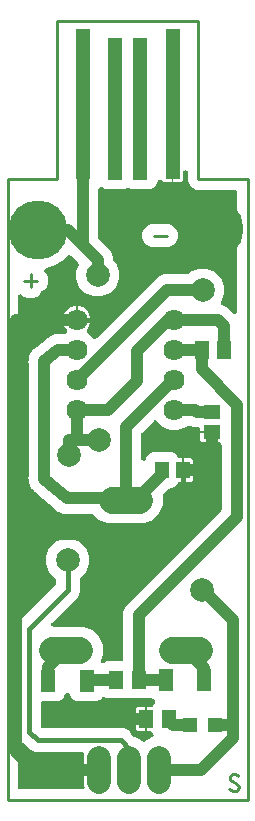
<source format=gbr>
G04 EAGLE Gerber RS-274X export*
G75*
%MOMM*%
%FSLAX34Y34*%
%LPD*%
%INTop Copper*%
%IPPOS*%
%AMOC8*
5,1,8,0,0,1.08239X$1,22.5*%
G01*
G04 Define Apertures*
%ADD10C,0.279400*%
%ADD11C,0.254000*%
%ADD12C,1.786000*%
%ADD13R,1.300000X1.500000*%
%ADD14R,1.164600X1.465300*%
%ADD15R,1.465300X1.164600*%
%ADD16R,1.274700X1.850000*%
%ADD17C,2.320800*%
%ADD18C,2.016000*%
%ADD19R,1.270000X12.700000*%
%ADD20R,1.270000X12.000000*%
%ADD21R,1.200000X1.200000*%
%ADD22C,1.016000*%
%ADD23C,0.406400*%
%ADD24C,2.000000*%
%ADD25C,5.000000*%
%ADD26C,0.400000*%
%ADD27C,0.254000*%
G36*
X81431Y116171D02*
X80734Y116018D01*
X79936Y116147D01*
X79251Y116577D01*
X78788Y117241D01*
X78621Y118032D01*
X78776Y118826D01*
X80536Y123075D01*
X80536Y130925D01*
X77532Y138177D01*
X71981Y143728D01*
X64729Y146732D01*
X39006Y146732D01*
X38304Y146857D01*
X37616Y147282D01*
X37148Y147942D01*
X36974Y148732D01*
X37123Y149527D01*
X37569Y150201D01*
X59413Y172045D01*
X60960Y175779D01*
X60960Y186881D01*
X61109Y187644D01*
X61555Y188318D01*
X66168Y192931D01*
X68928Y199594D01*
X68928Y206806D01*
X66168Y213469D01*
X61069Y218568D01*
X54406Y221328D01*
X47194Y221328D01*
X40531Y218568D01*
X35432Y213469D01*
X32672Y206806D01*
X32672Y199594D01*
X35432Y192931D01*
X40045Y188318D01*
X40479Y187674D01*
X40640Y186881D01*
X40640Y182850D01*
X40491Y182087D01*
X40045Y181413D01*
X12359Y153727D01*
X11774Y153319D01*
X10987Y153133D01*
X10190Y153269D01*
X9508Y153705D01*
X9051Y154372D01*
X8890Y155164D01*
X8890Y426448D01*
X9015Y427151D01*
X9440Y427839D01*
X10100Y428307D01*
X10890Y428480D01*
X11685Y428332D01*
X12359Y427885D01*
X14205Y426039D01*
X17706Y424589D01*
X21495Y424589D01*
X24996Y426039D01*
X27675Y428719D01*
X28180Y429938D01*
X28609Y430586D01*
X29280Y431038D01*
X30499Y431543D01*
X33179Y434222D01*
X34629Y437723D01*
X34629Y441512D01*
X33179Y445013D01*
X31505Y446687D01*
X30997Y447535D01*
X30921Y448341D01*
X31166Y449111D01*
X31692Y449726D01*
X32416Y450086D01*
X38549Y451730D01*
X46103Y456091D01*
X50930Y460918D01*
X51544Y461339D01*
X52334Y461513D01*
X53129Y461364D01*
X53803Y460918D01*
X59614Y455107D01*
X60042Y454477D01*
X60209Y453686D01*
X60055Y452892D01*
X58072Y448106D01*
X58072Y440894D01*
X60832Y434231D01*
X65931Y429132D01*
X72594Y426372D01*
X79806Y426372D01*
X86469Y429132D01*
X91568Y434231D01*
X94328Y440894D01*
X94328Y448106D01*
X91568Y454769D01*
X90003Y456334D01*
X89569Y456978D01*
X89408Y457771D01*
X89408Y459827D01*
X87397Y464682D01*
X77303Y474776D01*
X76869Y475420D01*
X76708Y476213D01*
X76708Y516768D01*
X76839Y517485D01*
X77269Y518170D01*
X77933Y518633D01*
X78724Y518800D01*
X79518Y518645D01*
X82833Y517272D01*
X98767Y517272D01*
X100822Y518123D01*
X101584Y518278D01*
X102378Y518123D01*
X104433Y517272D01*
X120367Y517272D01*
X123354Y518509D01*
X125641Y520796D01*
X127031Y524153D01*
X127427Y524766D01*
X128086Y525234D01*
X128876Y525407D01*
X129671Y525259D01*
X130345Y524812D01*
X132298Y522860D01*
X138938Y522860D01*
X138938Y589662D01*
X140462Y589662D01*
X140462Y522860D01*
X147102Y522860D01*
X148590Y524348D01*
X148590Y531368D01*
X148727Y532101D01*
X149162Y532782D01*
X149829Y533239D01*
X150622Y533400D01*
X150678Y533400D01*
X151411Y533263D01*
X152092Y532828D01*
X152549Y532161D01*
X152710Y531368D01*
X152710Y523632D01*
X154063Y520364D01*
X156564Y517863D01*
X159832Y516510D01*
X192278Y516510D01*
X193011Y516373D01*
X193692Y515938D01*
X194149Y515271D01*
X194310Y514478D01*
X194310Y413475D01*
X194185Y412772D01*
X193760Y412084D01*
X193100Y411616D01*
X192310Y411443D01*
X191515Y411591D01*
X190841Y412038D01*
X185282Y417597D01*
X181660Y419098D01*
X181035Y419504D01*
X180572Y420167D01*
X180405Y420959D01*
X180560Y421753D01*
X183228Y428194D01*
X183228Y435406D01*
X180468Y442069D01*
X175369Y447168D01*
X168706Y449928D01*
X161494Y449928D01*
X154831Y447168D01*
X153266Y445603D01*
X152622Y445169D01*
X151829Y445008D01*
X132273Y445008D01*
X127418Y442997D01*
X75559Y391138D01*
X74945Y390717D01*
X74155Y390543D01*
X73360Y390692D01*
X72686Y391138D01*
X68363Y395461D01*
X68075Y395580D01*
X67462Y395976D01*
X66994Y396635D01*
X66821Y397425D01*
X66969Y398220D01*
X67416Y398894D01*
X68424Y399903D01*
X70170Y404118D01*
X70170Y405638D01*
X47230Y405638D01*
X47230Y404118D01*
X48976Y399903D01*
X49985Y398894D01*
X50399Y398295D01*
X50579Y397506D01*
X50437Y396710D01*
X49996Y396032D01*
X49325Y395580D01*
X49037Y395461D01*
X48380Y394803D01*
X47735Y394369D01*
X46943Y394208D01*
X43855Y394208D01*
X43601Y394224D01*
X41942Y394433D01*
X41386Y394280D01*
X40849Y394208D01*
X40273Y394208D01*
X38728Y393568D01*
X38487Y393486D01*
X36875Y393044D01*
X36419Y392690D01*
X35951Y392418D01*
X35418Y392197D01*
X34236Y391015D01*
X34045Y390847D01*
X24519Y383450D01*
X24051Y383178D01*
X23518Y382957D01*
X22336Y381775D01*
X22145Y381607D01*
X20824Y380581D01*
X20539Y380080D01*
X20210Y379649D01*
X19803Y379242D01*
X19163Y377697D01*
X19051Y377469D01*
X18223Y376016D01*
X18151Y375444D01*
X18013Y374920D01*
X17792Y374387D01*
X17792Y372715D01*
X17776Y372461D01*
X17567Y370802D01*
X17720Y370246D01*
X17792Y369709D01*
X17792Y274143D01*
X17691Y273509D01*
X17632Y273330D01*
X17786Y271283D01*
X17792Y271130D01*
X17792Y269077D01*
X17864Y268903D01*
X18013Y268278D01*
X18027Y268091D01*
X18953Y266258D01*
X19017Y266119D01*
X19803Y264222D01*
X19936Y264089D01*
X20312Y263569D01*
X20397Y263401D01*
X21954Y262063D01*
X22066Y261959D01*
X23518Y260507D01*
X23692Y260435D01*
X24239Y260098D01*
X40918Y245759D01*
X41030Y245655D01*
X42482Y244203D01*
X42656Y244131D01*
X43203Y243794D01*
X43345Y243672D01*
X45296Y243031D01*
X45440Y242978D01*
X47337Y242192D01*
X47525Y242192D01*
X48159Y242091D01*
X48337Y242032D01*
X50385Y242186D01*
X50538Y242192D01*
X71457Y242192D01*
X72220Y242043D01*
X72894Y241597D01*
X77219Y237272D01*
X84471Y234268D01*
X115529Y234268D01*
X122781Y237272D01*
X128332Y242823D01*
X131336Y250075D01*
X131336Y257215D01*
X131485Y257978D01*
X131931Y258652D01*
X136629Y263350D01*
X137274Y263785D01*
X138066Y263946D01*
X138386Y263946D01*
X141373Y265183D01*
X143660Y267469D01*
X143995Y268279D01*
X144413Y268915D01*
X145080Y269373D01*
X145872Y269534D01*
X147692Y269534D01*
X147692Y289267D01*
X145872Y289267D01*
X145125Y289409D01*
X144447Y289850D01*
X143995Y290521D01*
X143660Y291331D01*
X141373Y293617D01*
X138386Y294855D01*
X123506Y294855D01*
X120519Y293617D01*
X118232Y291331D01*
X117117Y288639D01*
X116744Y288050D01*
X116092Y287571D01*
X115305Y287385D01*
X114508Y287521D01*
X113826Y287957D01*
X113369Y288624D01*
X113208Y289416D01*
X113208Y309587D01*
X113357Y310350D01*
X113803Y311024D01*
X123657Y320878D01*
X124257Y321293D01*
X125046Y321472D01*
X125842Y321330D01*
X126519Y320889D01*
X126585Y320791D01*
X131637Y315739D01*
X137907Y313142D01*
X144693Y313142D01*
X150963Y315739D01*
X151621Y316397D01*
X152265Y316831D01*
X153057Y316992D01*
X153953Y316992D01*
X154731Y316837D01*
X157759Y315583D01*
X161188Y315583D01*
X161921Y315446D01*
X162602Y315011D01*
X163059Y314344D01*
X163220Y313551D01*
X163220Y312045D01*
X173849Y312045D01*
X173849Y302920D01*
X179100Y302920D01*
X179833Y302783D01*
X180514Y302348D01*
X180971Y301681D01*
X181132Y300888D01*
X181132Y246168D01*
X180983Y245405D01*
X180537Y244731D01*
X99903Y164097D01*
X97892Y159242D01*
X97892Y119260D01*
X97755Y118528D01*
X97320Y117846D01*
X96653Y117389D01*
X95860Y117228D01*
X83983Y117228D01*
X81431Y116171D01*
G37*
%LPC*%
G36*
X121732Y468193D02*
X136528Y468193D01*
X140029Y469643D01*
X142709Y472322D01*
X144159Y475823D01*
X144159Y479612D01*
X142709Y483113D01*
X140029Y485792D01*
X136528Y487243D01*
X121732Y487243D01*
X118232Y485792D01*
X115552Y483113D01*
X114102Y479612D01*
X114102Y475823D01*
X115552Y472322D01*
X118232Y469643D01*
X121732Y468193D01*
G37*
G36*
X47230Y407162D02*
X57938Y407162D01*
X57938Y417870D01*
X56418Y417870D01*
X52203Y416124D01*
X48976Y412897D01*
X47230Y408682D01*
X47230Y407162D01*
G37*
G36*
X59462Y407162D02*
X70170Y407162D01*
X70170Y408682D01*
X68424Y412897D01*
X65197Y416124D01*
X60982Y417870D01*
X59462Y417870D01*
X59462Y407162D01*
G37*
G36*
X164708Y302920D02*
X172325Y302920D01*
X172325Y310521D01*
X163220Y310521D01*
X163220Y304408D01*
X164708Y302920D01*
G37*
G36*
X149216Y280162D02*
X156817Y280162D01*
X156817Y287779D01*
X155329Y289267D01*
X149216Y289267D01*
X149216Y280162D01*
G37*
G36*
X149216Y269534D02*
X155329Y269534D01*
X156817Y271021D01*
X156817Y278638D01*
X149216Y278638D01*
X149216Y269534D01*
G37*
%LPD*%
G36*
X116086Y49546D02*
X115296Y49372D01*
X114501Y49520D01*
X113827Y49967D01*
X112878Y50916D01*
X108035Y52922D01*
X107287Y53457D01*
X104881Y56192D01*
X104531Y56754D01*
X103376Y57909D01*
X103287Y58004D01*
X102209Y59230D01*
X101673Y59613D01*
X100164Y60238D01*
X100046Y60291D01*
X98580Y61011D01*
X97939Y61160D01*
X96306Y61160D01*
X96176Y61164D01*
X94546Y61268D01*
X93894Y61160D01*
X30104Y61160D01*
X29372Y61297D01*
X28690Y61732D01*
X28233Y62399D01*
X28072Y63192D01*
X28072Y81576D01*
X28209Y82309D01*
X28644Y82990D01*
X29311Y83447D01*
X30104Y83608D01*
X42587Y83608D01*
X45575Y84845D01*
X47861Y87132D01*
X48923Y89695D01*
X49307Y90296D01*
X49963Y90769D01*
X50751Y90949D01*
X51548Y90807D01*
X52225Y90365D01*
X52677Y89695D01*
X53739Y87132D01*
X56025Y84845D01*
X59013Y83608D01*
X74993Y83608D01*
X77981Y84845D01*
X79575Y86440D01*
X80205Y86868D01*
X80996Y87035D01*
X81790Y86881D01*
X83983Y85972D01*
X100217Y85972D01*
X100822Y86223D01*
X101584Y86377D01*
X102378Y86223D01*
X102983Y85972D01*
X119217Y85972D01*
X120315Y86427D01*
X121060Y86581D01*
X121855Y86433D01*
X122529Y85986D01*
X123056Y85459D01*
X123887Y85115D01*
X124500Y84720D01*
X124968Y84060D01*
X125141Y83270D01*
X124993Y82475D01*
X124546Y81801D01*
X123109Y80364D01*
X122774Y79554D01*
X122356Y78918D01*
X121689Y78461D01*
X120897Y78300D01*
X118262Y78300D01*
X118262Y58220D01*
X120897Y58220D01*
X121644Y58077D01*
X122322Y57636D01*
X122774Y56966D01*
X123130Y56107D01*
X123480Y55600D01*
X123660Y54812D01*
X123518Y54016D01*
X123077Y53338D01*
X122406Y52886D01*
X117650Y50916D01*
X116701Y49967D01*
X116086Y49546D01*
G37*
%LPC*%
G36*
X108460Y69022D02*
X116738Y69022D01*
X116738Y78300D01*
X109948Y78300D01*
X108460Y76812D01*
X108460Y69022D01*
G37*
G36*
X109948Y58220D02*
X116738Y58220D01*
X116738Y67498D01*
X108460Y67498D01*
X108460Y59708D01*
X109948Y58220D01*
G37*
%LPD*%
G36*
X63919Y9051D02*
X63127Y8890D01*
X10922Y8890D01*
X10190Y9027D01*
X9508Y9462D01*
X9051Y10129D01*
X8890Y10922D01*
X8890Y47286D01*
X9015Y47988D01*
X9440Y48677D01*
X10100Y49144D01*
X10890Y49318D01*
X11685Y49170D01*
X11882Y49039D01*
X12161Y48924D01*
X12724Y48573D01*
X18358Y43626D01*
X18454Y43536D01*
X19603Y42387D01*
X19607Y42385D01*
X20170Y42035D01*
X20173Y42032D01*
X21712Y41509D01*
X21836Y41462D01*
X23337Y40840D01*
X23342Y40840D01*
X23996Y40732D01*
X24000Y40730D01*
X25622Y40836D01*
X25754Y40840D01*
X62683Y40840D01*
X63401Y40709D01*
X64085Y40279D01*
X64548Y39615D01*
X64715Y38824D01*
X64561Y38030D01*
X64544Y37990D01*
X64544Y26162D01*
X77926Y26162D01*
X77926Y24638D01*
X64544Y24638D01*
X64544Y12810D01*
X65004Y11700D01*
X65158Y10987D01*
X65022Y10190D01*
X64586Y9508D01*
X63919Y9051D01*
G37*
D10*
X14097Y439618D02*
X25104Y439618D01*
X19600Y434114D02*
X19600Y445121D01*
X123627Y477718D02*
X134634Y477718D01*
D11*
X195580Y10781D02*
X195578Y10671D01*
X195572Y10560D01*
X195563Y10451D01*
X195549Y10341D01*
X195532Y10232D01*
X195511Y10124D01*
X195486Y10016D01*
X195458Y9910D01*
X195425Y9804D01*
X195389Y9700D01*
X195350Y9597D01*
X195307Y9495D01*
X195260Y9395D01*
X195210Y9297D01*
X195157Y9200D01*
X195100Y9106D01*
X195040Y9013D01*
X194976Y8923D01*
X194910Y8835D01*
X194840Y8749D01*
X194768Y8666D01*
X194693Y8585D01*
X194615Y8507D01*
X194534Y8432D01*
X194451Y8360D01*
X194365Y8290D01*
X194277Y8224D01*
X194187Y8160D01*
X194094Y8100D01*
X193999Y8043D01*
X193903Y7990D01*
X193805Y7940D01*
X193705Y7893D01*
X193603Y7850D01*
X193500Y7811D01*
X193396Y7775D01*
X193290Y7742D01*
X193184Y7714D01*
X193076Y7689D01*
X192968Y7668D01*
X192859Y7651D01*
X192749Y7637D01*
X192640Y7628D01*
X192529Y7622D01*
X192419Y7620D01*
X192259Y7622D01*
X192100Y7628D01*
X191940Y7637D01*
X191781Y7651D01*
X191622Y7668D01*
X191464Y7689D01*
X191306Y7713D01*
X191149Y7742D01*
X190992Y7774D01*
X190837Y7810D01*
X190682Y7850D01*
X190528Y7893D01*
X190375Y7940D01*
X190224Y7991D01*
X190074Y8045D01*
X189925Y8103D01*
X189777Y8165D01*
X189631Y8230D01*
X189487Y8298D01*
X189344Y8370D01*
X189203Y8445D01*
X189064Y8524D01*
X188927Y8606D01*
X188792Y8691D01*
X188659Y8779D01*
X188528Y8871D01*
X188399Y8966D01*
X188273Y9063D01*
X188149Y9164D01*
X188027Y9268D01*
X187908Y9374D01*
X187792Y9483D01*
X187678Y9595D01*
X188073Y18683D02*
X188075Y18793D01*
X188081Y18904D01*
X188090Y19013D01*
X188104Y19123D01*
X188121Y19232D01*
X188142Y19340D01*
X188167Y19448D01*
X188195Y19554D01*
X188228Y19660D01*
X188264Y19764D01*
X188303Y19867D01*
X188346Y19969D01*
X188393Y20069D01*
X188443Y20167D01*
X188496Y20264D01*
X188553Y20358D01*
X188613Y20451D01*
X188677Y20541D01*
X188743Y20629D01*
X188813Y20715D01*
X188885Y20798D01*
X188960Y20879D01*
X189038Y20957D01*
X189119Y21032D01*
X189202Y21104D01*
X189288Y21174D01*
X189376Y21240D01*
X189466Y21304D01*
X189559Y21364D01*
X189654Y21421D01*
X189750Y21474D01*
X189848Y21524D01*
X189948Y21571D01*
X190050Y21614D01*
X190153Y21653D01*
X190257Y21689D01*
X190363Y21722D01*
X190469Y21750D01*
X190577Y21775D01*
X190685Y21796D01*
X190794Y21813D01*
X190904Y21827D01*
X191014Y21836D01*
X191124Y21842D01*
X191234Y21844D01*
X191387Y21842D01*
X191539Y21836D01*
X191691Y21826D01*
X191843Y21813D01*
X191995Y21795D01*
X192146Y21773D01*
X192296Y21748D01*
X192446Y21719D01*
X192595Y21686D01*
X192743Y21649D01*
X192890Y21608D01*
X193036Y21563D01*
X193181Y21515D01*
X193324Y21463D01*
X193466Y21408D01*
X193607Y21348D01*
X193746Y21286D01*
X193883Y21219D01*
X194018Y21149D01*
X194152Y21076D01*
X194284Y20999D01*
X194414Y20919D01*
X194541Y20835D01*
X194667Y20749D01*
X194790Y20659D01*
X189653Y15917D02*
X189559Y15976D01*
X189466Y16037D01*
X189375Y16101D01*
X189287Y16169D01*
X189201Y16239D01*
X189118Y16313D01*
X189037Y16389D01*
X188959Y16468D01*
X188884Y16550D01*
X188812Y16634D01*
X188742Y16721D01*
X188676Y16810D01*
X188613Y16901D01*
X188553Y16995D01*
X188496Y17090D01*
X188442Y17188D01*
X188392Y17287D01*
X188346Y17388D01*
X188303Y17490D01*
X188263Y17594D01*
X188227Y17699D01*
X188195Y17806D01*
X188167Y17913D01*
X188142Y18021D01*
X188121Y18130D01*
X188104Y18240D01*
X188090Y18350D01*
X188081Y18461D01*
X188075Y18572D01*
X188073Y18683D01*
X194000Y13547D02*
X194094Y13489D01*
X194187Y13427D01*
X194278Y13363D01*
X194366Y13295D01*
X194452Y13225D01*
X194535Y13151D01*
X194616Y13075D01*
X194694Y12996D01*
X194769Y12914D01*
X194841Y12830D01*
X194911Y12743D01*
X194977Y12654D01*
X195040Y12563D01*
X195100Y12469D01*
X195157Y12374D01*
X195210Y12276D01*
X195261Y12177D01*
X195307Y12076D01*
X195350Y11974D01*
X195390Y11870D01*
X195426Y11765D01*
X195458Y11658D01*
X195486Y11551D01*
X195511Y11443D01*
X195532Y11334D01*
X195549Y11224D01*
X195563Y11114D01*
X195572Y11003D01*
X195578Y10892D01*
X195580Y10781D01*
X194000Y13547D02*
X189653Y15917D01*
D12*
X58700Y406400D03*
X58700Y381000D03*
X58700Y355600D03*
X58700Y330200D03*
X141300Y330200D03*
X141300Y355600D03*
X141300Y381000D03*
X141300Y406400D03*
D13*
X164340Y381000D03*
X183340Y381000D03*
X111100Y101600D03*
X92100Y101600D03*
D14*
X130946Y279400D03*
X148454Y279400D03*
D15*
X173087Y328791D03*
X173087Y311283D03*
D16*
X67003Y100986D03*
X34597Y100986D03*
X166440Y101600D03*
X134034Y101600D03*
D17*
X60804Y127000D02*
X37596Y127000D01*
X88396Y254000D02*
X111604Y254000D01*
X139196Y127000D02*
X162404Y127000D01*
D18*
X127964Y35480D02*
X127964Y15320D01*
X102564Y15320D02*
X102564Y35480D01*
X77164Y35480D02*
X77164Y15320D01*
D19*
X63500Y588900D03*
D20*
X90800Y585400D03*
X112400Y585400D03*
D19*
X139700Y588900D03*
D21*
X154600Y63500D03*
X175600Y63500D03*
D13*
X117500Y68260D03*
X136500Y68260D03*
D22*
X109600Y354600D02*
X109600Y380000D01*
X109600Y354600D02*
X85200Y330200D01*
X58700Y330200D01*
D23*
X50800Y203200D02*
X50800Y177800D01*
D24*
X50800Y203200D03*
D22*
X183340Y381000D02*
X183340Y400860D01*
X177800Y406400D01*
X141300Y406400D01*
X136000Y406400D02*
X109600Y380000D01*
X136000Y406400D02*
X141300Y406400D01*
D24*
X76200Y444500D03*
D22*
X77640Y304800D02*
X58700Y304800D01*
X58700Y330200D01*
X76200Y444500D02*
X76200Y457200D01*
X63500Y469900D01*
X50800Y482600D01*
D25*
X25762Y482600D03*
D22*
X63500Y469900D02*
X63500Y588900D01*
X50800Y482600D02*
X25762Y482600D01*
D23*
X50800Y177800D02*
X17912Y144912D01*
X17912Y57538D02*
X25358Y51000D01*
X17912Y57538D02*
X17912Y144912D01*
D24*
X52240Y292100D03*
X77640Y304800D03*
D22*
X52240Y304800D01*
X52240Y292100D01*
D23*
X102564Y43445D02*
X102564Y25400D01*
X102564Y43445D02*
X95917Y51000D01*
X25358Y51000D01*
D25*
X174860Y483324D03*
D26*
X149460Y457924D01*
X134375Y457924D01*
X82851Y406400D01*
X58700Y406400D01*
D22*
X7300Y406400D01*
X173087Y311283D02*
X173087Y287151D01*
D26*
X165336Y279400D01*
D22*
X148454Y279400D01*
D26*
X128479Y222700D02*
X7300Y222700D01*
X128479Y222700D02*
X148454Y242676D01*
X148454Y279400D01*
D22*
X7300Y222700D02*
X7300Y406400D01*
X22343Y25400D02*
X77164Y25400D01*
X22343Y25400D02*
X7300Y40443D01*
D24*
X53747Y23462D03*
D22*
X7300Y40443D02*
X7300Y222700D01*
D24*
X53747Y74262D03*
D22*
X85149Y68260D02*
X117500Y68260D01*
X85149Y68260D02*
X79147Y74262D01*
X53747Y74262D01*
X141300Y330200D02*
X158978Y330200D01*
X160387Y328791D02*
X173087Y328791D01*
X160387Y328791D02*
X158978Y330200D01*
X130000Y275400D02*
X110000Y255400D01*
X100000Y255400D01*
X130000Y275400D02*
X130946Y279400D01*
X58700Y381000D02*
X42900Y381000D01*
D26*
X100000Y255400D02*
X100000Y254000D01*
D22*
X139700Y355600D02*
X141300Y355600D01*
X139700Y355600D02*
X100000Y315900D01*
X100000Y255400D01*
X31000Y371760D02*
X42900Y381000D01*
X49964Y255400D02*
X100000Y255400D01*
X49964Y255400D02*
X31000Y271704D01*
X31000Y371760D01*
X111100Y101600D02*
X134034Y101600D01*
X141300Y381000D02*
X164340Y381000D01*
X111100Y156615D02*
X111100Y101600D01*
X194340Y334677D02*
X164340Y364677D01*
X194340Y334677D02*
X194340Y239855D01*
X111100Y156615D01*
X164340Y364677D02*
X164340Y381000D01*
D26*
X67617Y101600D02*
X67003Y100986D01*
D22*
X67617Y101600D02*
X92100Y101600D01*
X166440Y101600D02*
X166440Y111361D01*
X150800Y127000D01*
X34597Y112397D02*
X34597Y100986D01*
X34597Y112397D02*
X49200Y127000D01*
X134900Y431800D02*
X165100Y431800D01*
X134900Y431800D02*
X58700Y355600D01*
D24*
X165100Y431800D03*
X164600Y177800D03*
D23*
X165100Y177800D01*
D22*
X190500Y152400D01*
X163596Y25400D02*
X127964Y25400D01*
X190500Y52304D02*
X190500Y63500D01*
X190500Y152400D01*
X190500Y52304D02*
X163596Y25400D01*
X175600Y63500D02*
X190500Y63500D01*
X136500Y66700D02*
X136500Y68260D01*
X136500Y66700D02*
X139700Y63500D01*
X154600Y63500D01*
D27*
X0Y0D02*
X203200Y0D01*
X203200Y525400D01*
X161639Y525400D01*
X161639Y659290D01*
X41623Y659290D01*
X41623Y525400D01*
X0Y525400D01*
X0Y0D01*
M02*

</source>
